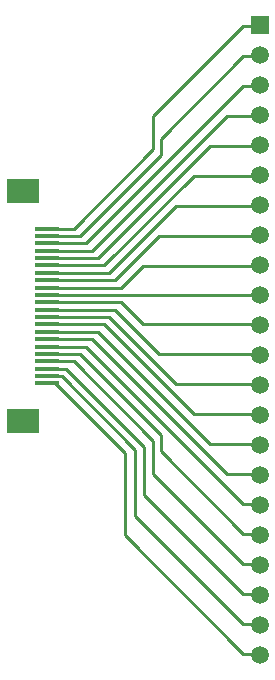
<source format=gtl>
G04*
G04 #@! TF.GenerationSoftware,Altium Limited,Altium Designer,18.0.12 (696)*
G04*
G04 Layer_Physical_Order=1*
G04 Layer_Color=255*
%FSLAX25Y25*%
%MOIN*%
G70*
G01*
G75*
%ADD12C,0.01000*%
%ADD13R,0.11024X0.08268*%
%ADD14R,0.07874X0.01575*%
%ADD19C,0.05906*%
%ADD20R,0.05906X0.05906*%
D12*
X100500Y70500D02*
X106500D01*
X100500Y60500D02*
X106500D01*
X100500Y50500D02*
X106500D01*
X100500Y40500D02*
X106500D01*
X100500Y30500D02*
X106500D01*
X100500Y20500D02*
X106500D01*
X106122Y140122D02*
X106500Y139744D01*
X35000Y162260D02*
X44016D01*
X35000Y159803D02*
X46059D01*
X35000Y157343D02*
X48098D01*
X35000Y154882D02*
X50138D01*
X35000Y152421D02*
X52177D01*
X89500Y189744D01*
X106500D01*
X35000Y149961D02*
X54216D01*
X84000Y179744D01*
X106500D01*
X35000Y147500D02*
X55756D01*
X78000Y169744D01*
X106500D01*
X35000Y145039D02*
X57795D01*
X72500Y159744D01*
X106500D01*
X35000Y142583D02*
X59839D01*
X67000Y149744D01*
X106500D01*
X50138Y154882D02*
X95000Y199744D01*
X106500D01*
X48098Y157343D02*
X100500Y209744D01*
X106500D01*
X70500Y199744D02*
X100500Y229744D01*
X70500Y188744D02*
Y199744D01*
X44016Y162260D02*
X70500Y188744D01*
X100500Y229744D02*
X106500D01*
X73000Y192244D02*
X100500Y219744D01*
X73000Y186744D02*
Y192244D01*
X46059Y159803D02*
X73000Y186744D01*
X100500Y219744D02*
X106500D01*
X35000Y110606D02*
X37894D01*
X61000Y87500D01*
Y60000D02*
Y87500D01*
Y60000D02*
X100500Y20500D01*
X46059Y120441D02*
X73000Y93500D01*
Y88000D02*
Y93500D01*
Y88000D02*
X100500Y60500D01*
X44016Y117984D02*
X70500Y91500D01*
Y80500D02*
Y91500D01*
Y80500D02*
X100500Y50500D01*
X39937Y113063D02*
X64500Y88500D01*
Y66500D02*
Y88500D01*
Y66500D02*
X100500Y30500D01*
X67500Y73500D02*
X100500Y40500D01*
X67500Y73500D02*
Y89500D01*
X48098Y122902D02*
X100500Y70500D01*
X95000Y80500D02*
X106500D01*
X50138Y125362D02*
X95000Y80500D01*
X67000Y130500D02*
X106500D01*
X59839Y137661D02*
X67000Y130500D01*
X35000Y137661D02*
X59839D01*
X72500Y120500D02*
X106500D01*
X57795Y135205D02*
X72500Y120500D01*
X35000Y135205D02*
X57795D01*
X78000Y110500D02*
X106500D01*
X55756Y132744D02*
X78000Y110500D01*
X35000Y132744D02*
X55756D01*
X84000Y100500D02*
X106500D01*
X54216Y130283D02*
X84000Y100500D01*
X35000Y130283D02*
X54216D01*
X89500Y90500D02*
X106500D01*
X52177Y127823D02*
X89500Y90500D01*
X35000Y127823D02*
X52177D01*
X35000Y125362D02*
X50138D01*
X35000Y122902D02*
X48098D01*
X35000Y120441D02*
X46059D01*
X35000Y117984D02*
X44016D01*
X41476Y115524D02*
X67500Y89500D01*
X35000Y115524D02*
X41476D01*
X35000Y113063D02*
X39937D01*
X106122Y140122D02*
X106500Y140500D01*
X35000Y140122D02*
X106122D01*
D13*
X27126Y97996D02*
D03*
Y174870D02*
D03*
D14*
X35000Y130283D02*
D03*
Y132744D02*
D03*
Y135205D02*
D03*
Y137661D02*
D03*
Y140122D02*
D03*
Y142583D02*
D03*
Y149961D02*
D03*
Y147500D02*
D03*
Y145039D02*
D03*
Y157339D02*
D03*
Y154878D02*
D03*
Y152417D02*
D03*
Y159799D02*
D03*
Y162260D02*
D03*
Y127823D02*
D03*
Y120441D02*
D03*
Y122902D02*
D03*
Y125362D02*
D03*
Y113063D02*
D03*
Y115524D02*
D03*
Y117984D02*
D03*
Y110606D02*
D03*
D19*
X106122Y20122D02*
D03*
Y30122D02*
D03*
Y40122D02*
D03*
Y50122D02*
D03*
Y60122D02*
D03*
Y70122D02*
D03*
Y80122D02*
D03*
Y90122D02*
D03*
Y100122D02*
D03*
Y110122D02*
D03*
Y120122D02*
D03*
Y130122D02*
D03*
Y140122D02*
D03*
Y150122D02*
D03*
Y160122D02*
D03*
Y170122D02*
D03*
Y180122D02*
D03*
Y190122D02*
D03*
Y200122D02*
D03*
Y210122D02*
D03*
Y220122D02*
D03*
D20*
Y230122D02*
D03*
M02*

</source>
